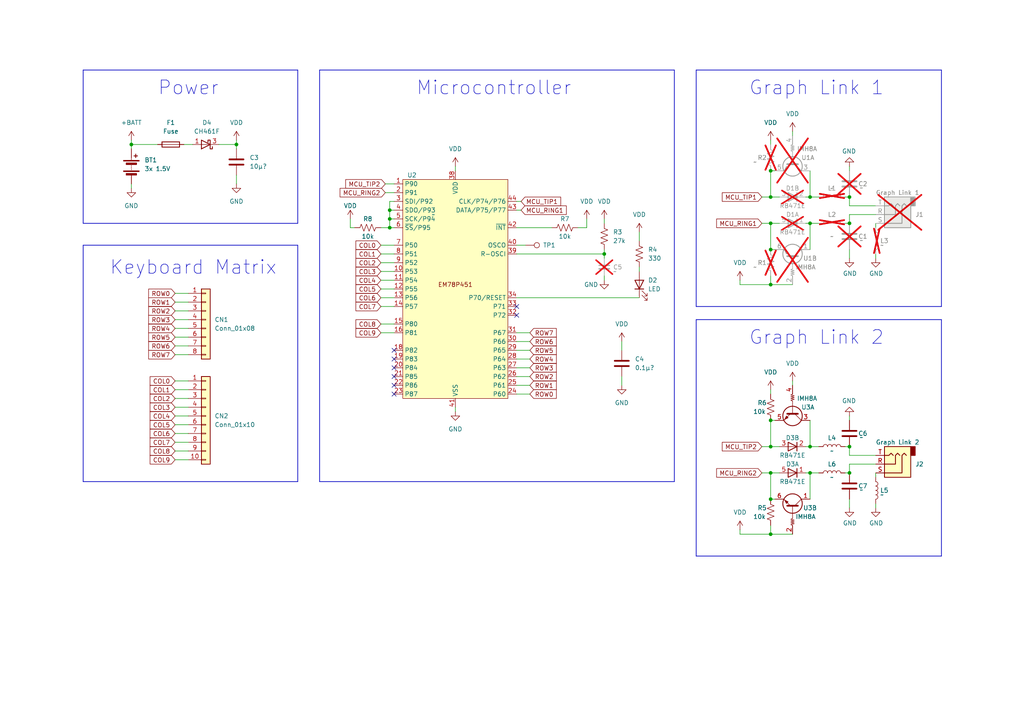
<source format=kicad_sch>
(kicad_sch (version 20230121) (generator eeschema)
  (paper "A4")
  (title_block (title "TI Keyboard \"Silitek\" PCB") (date "2023-07-16") (rev "A") (comment 1 "SK-6701-QFP") (comment 2 "12-00064-00A"))
  (lib_symbols
    (symbol "Connector:TestPoint" (pin_numbers hide) (pin_names (offset 0.762) hide)
      (property "Reference" "TP" (at 0 6.858 0))
      (property "Value" "TestPoint" (at 0 5.08 0))
      (symbol "TestPoint_0_1"
        (circle (center 0 3.302) (radius 0.762))
      )
      (symbol "TestPoint_1_1"
        (pin passive line (at 0 0 90) (length 2.54) (name "1") (number "1"))
      )
    )
    (symbol "Connector_Audio:AudioJack3"
      (property "Reference" "J" (at 0 8.89 0))
      (property "Value" "AudioJack3" (at 0 6.35 0))
      (symbol "AudioJack3_0_1"
        (rectangle (start -5.08 -5.08) (end -6.35 -2.54) (stroke (width 0.254)) (fill (type outline)))
        (polyline (pts (xy 0 -2.54) (xy 0.635 -3.175) (xy 1.27 -2.54) (xy 2.54 -2.54)) (stroke (width 0.254)))
        (polyline (pts (xy -1.905 -2.54) (xy -1.27 -3.175) (xy -0.635 -2.54) (xy -0.635 0) (xy 2.54 0)) (stroke (width 0.254)))
        (polyline (pts (xy 2.54 2.54) (xy -2.54 2.54) (xy -2.54 -2.54) (xy -3.175 -3.175) (xy -3.81 -2.54)) (stroke (width 0.254)))
        (rectangle (start 2.54 3.81) (end -5.08 -5.08) (stroke (width 0.254)) (fill (type background)))
      )
      (symbol "AudioJack3_1_1"
        (pin passive line (at 5.08 0 180) (length 2.54) (name "~") (number "R"))
        (pin passive line (at 5.08 2.54 180) (length 2.54) (name "~") (number "S"))
        (pin passive line (at 5.08 -2.54 180) (length 2.54) (name "~") (number "T"))
      )
    )
    (symbol "Connector_Generic:Conn_01x08" (pin_names (offset 1.016) hide)
      (property "Reference" "J" (at 0 10.16 0))
      (property "Value" "Conn_01x08" (at 0 -12.7 0))
      (symbol "Conn_01x08_1_1"
        (rectangle (start -1.27 -10.033) (end 0 -10.287) (stroke (width 0.1524)))
        (rectangle (start -1.27 -7.493) (end 0 -7.747) (stroke (width 0.1524)))
        (rectangle (start -1.27 -4.953) (end 0 -5.207) (stroke (width 0.1524)))
        (rectangle (start -1.27 -2.413) (end 0 -2.667) (stroke (width 0.1524)))
        (rectangle (start -1.27 0.127) (end 0 -0.127) (stroke (width 0.1524)))
        (rectangle (start -1.27 2.667) (end 0 2.413) (stroke (width 0.1524)))
        (rectangle (start -1.27 5.207) (end 0 4.953) (stroke (width 0.1524)))
        (rectangle (start -1.27 7.747) (end 0 7.493) (stroke (width 0.1524)))
        (rectangle (start -1.27 8.89) (end 1.27 -11.43) (stroke (width 0.254)) (fill (type background)))
        (pin passive line (at -5.08 7.62 0) (length 3.81) (name "Pin_1") (number "1"))
        (pin passive line (at -5.08 5.08 0) (length 3.81) (name "Pin_2") (number "2"))
        (pin passive line (at -5.08 2.54 0) (length 3.81) (name "Pin_3") (number "3"))
        (pin passive line (at -5.08 0 0) (length 3.81) (name "Pin_4") (number "4"))
        (pin passive line (at -5.08 -2.54 0) (length 3.81) (name "Pin_5") (number "5"))
        (pin passive line (at -5.08 -5.08 0) (length 3.81) (name "Pin_6") (number "6"))
        (pin passive line (at -5.08 -7.62 0) (length 3.81) (name "Pin_7") (number "7"))
        (pin passive line (at -5.08 -10.16 0) (length 3.81) (name "Pin_8") (number "8"))
      )
    )
    (symbol "Connector_Generic:Conn_01x10" (pin_names (offset 1.016) hide)
      (property "Reference" "J" (at 0 12.7 0))
      (property "Value" "Conn_01x10" (at 0 -15.24 0))
      (symbol "Conn_01x10_1_1"
        (rectangle (start -1.27 -12.573) (end 0 -12.827) (stroke (width 0.1524)))
        (rectangle (start -1.27 -10.033) (end 0 -10.287) (stroke (width 0.1524)))
        (rectangle (start -1.27 -7.493) (end 0 -7.747) (stroke (width 0.1524)))
        (rectangle (start -1.27 -4.953) (end 0 -5.207) (stroke (width 0.1524)))
        (rectangle (start -1.27 -2.413) (end 0 -2.667) (stroke (width 0.1524)))
        (rectangle (start -1.27 0.127) (end 0 -0.127) (stroke (width 0.1524)))
        (rectangle (start -1.27 2.667) (end 0 2.413) (stroke (width 0.1524)))
        (rectangle (start -1.27 5.207) (end 0 4.953) (stroke (width 0.1524)))
        (rectangle (start -1.27 7.747) (end 0 7.493) (stroke (width 0.1524)))
        (rectangle (start -1.27 10.287) (end 0 10.033) (stroke (width 0.1524)))
        (rectangle (start -1.27 11.43) (end 1.27 -13.97) (stroke (width 0.254)) (fill (type background)))
        (pin passive line (at -5.08 10.16 0) (length 3.81) (name "Pin_1") (number "1"))
        (pin passive line (at -5.08 -12.7 0) (length 3.81) (name "Pin_10") (number "10"))
        (pin passive line (at -5.08 7.62 0) (length 3.81) (name "Pin_2") (number "2"))
        (pin passive line (at -5.08 5.08 0) (length 3.81) (name "Pin_3") (number "3"))
        (pin passive line (at -5.08 2.54 0) (length 3.81) (name "Pin_4") (number "4"))
        (pin passive line (at -5.08 0 0) (length 3.81) (name "Pin_5") (number "5"))
        (pin passive line (at -5.08 -2.54 0) (length 3.81) (name "Pin_6") (number "6"))
        (pin passive line (at -5.08 -5.08 0) (length 3.81) (name "Pin_7") (number "7"))
        (pin passive line (at -5.08 -7.62 0) (length 3.81) (name "Pin_8") (number "8"))
        (pin passive line (at -5.08 -10.16 0) (length 3.81) (name "Pin_9") (number "9"))
      )
    )
    (symbol "Device:Battery" (pin_numbers hide) (pin_names (offset 0) hide)
      (property "Reference" "BT" (at 2.54 2.54 0))
      (property "Value" "Battery" (at 2.54 0 0))
      (symbol "Battery_0_1"
        (rectangle (start -2.286 -1.27) (end 2.286 -1.524) (fill (type outline)))
        (rectangle (start -2.286 1.778) (end 2.286 1.524) (fill (type outline)))
        (rectangle (start -1.524 -2.032) (end 1.524 -2.54) (fill (type outline)))
        (rectangle (start -1.524 1.016) (end 1.524 0.508) (fill (type outline)))
        (polyline (pts (xy 0 -1.016) (xy 0 -0.762)))
        (polyline (pts (xy 0 -0.508) (xy 0 -0.254)))
        (polyline (pts (xy 0 0) (xy 0 0.254)))
        (polyline (pts (xy 0 1.778) (xy 0 2.54)))
        (polyline (pts (xy 0.762 3.048) (xy 1.778 3.048)) (stroke (width 0.254)))
        (polyline (pts (xy 1.27 3.556) (xy 1.27 2.54)) (stroke (width 0.254)))
      )
      (symbol "Battery_1_1"
        (pin passive line (at 0 5.08 270) (length 2.54) (name "+") (number "1"))
        (pin passive line (at 0 -5.08 90) (length 2.54) (name "-") (number "2"))
      )
    )
    (symbol "Device:C" (pin_numbers hide) (pin_names (offset 0.254))
      (property "Reference" "C" (at 0.635 2.54 0))
      (property "Value" "C" (at 0.635 -2.54 0))
      (symbol "C_0_1"
        (polyline (pts (xy -2.032 -0.762) (xy 2.032 -0.762)) (stroke (width 0.508)))
        (polyline (pts (xy -2.032 0.762) (xy 2.032 0.762)) (stroke (width 0.508)))
      )
      (symbol "C_1_1"
        (pin passive line (at 0 3.81 270) (length 2.794) (name "~") (number "1"))
        (pin passive line (at 0 -3.81 90) (length 2.794) (name "~") (number "2"))
      )
    )
    (symbol "Device:C_Small" (pin_numbers hide) (pin_names (offset 0.254) hide)
      (property "Reference" "C" (at 0.254 1.778 0))
      (property "Value" "C_Small" (at 0.254 -2.032 0))
      (symbol "C_Small_0_1"
        (polyline (pts (xy -1.524 -0.508) (xy 1.524 -0.508)) (stroke (width 0.3302)))
        (polyline (pts (xy -1.524 0.508) (xy 1.524 0.508)) (stroke (width 0.3048)))
      )
      (symbol "C_Small_1_1"
        (pin passive line (at 0 2.54 270) (length 2.032) (name "~") (number "1"))
        (pin passive line (at 0 -2.54 90) (length 2.032) (name "~") (number "2"))
      )
    )
    (symbol "Device:Fuse" (pin_numbers hide) (pin_names (offset 0))
      (property "Reference" "F" (at 2.032 0 90))
      (property "Value" "Fuse" (at -1.905 0 90))
      (symbol "Fuse_0_1"
        (rectangle (start -0.762 -2.54) (end 0.762 2.54) (stroke (width 0.254)))
        (polyline (pts (xy 0 2.54) (xy 0 -2.54)))
      )
      (symbol "Fuse_1_1"
        (pin passive line (at 0 3.81 270) (length 1.27) (name "~") (number "1"))
        (pin passive line (at 0 -3.81 90) (length 1.27) (name "~") (number "2"))
      )
    )
    (symbol "Device:IMH8A" (pin_names hide)
      (property "Reference" "U" (at 3.81 1.27 0))
      (property "Value" "Device_IMH8A" (at 3.81 -1.27 0))
      (symbol "IMH8A_0_1"
        (polyline (pts (xy -0.762 0) (xy -4.318 0)))
        (polyline (pts (xy -0.635 1.524) (xy -0.635 -1.524)) (stroke (width 0.508)))
        (polyline (pts (xy -6.35 0) (xy -6.096 -0.508) (xy -5.842 0.508) (xy -5.588 -0.508) (xy -5.334 0.508) (xy -5.08 -0.508) (xy -4.826 0.508) (xy -4.572 -0.508) (xy -4.318 0)))
      )
      (symbol "IMH8A_1_1"
        (polyline (pts (xy -0.635 0.635) (xy 1.27 2.54)))
        (polyline (pts (xy -0.635 -0.635) (xy 1.27 -2.54) (xy 1.27 -2.54)))
        (polyline (pts (xy 0 -1.778) (xy 0.508 -1.27) (xy 1.016 -2.286) (xy 0 -1.778) (xy 0 -1.778)) (fill (type outline)))
        (circle (center 0 0) (radius 2.8194) (stroke (width 0.254)))
        (pin passive line (at 1.27 5.08 270) (length 2.54) (name "C1") (number "3"))
        (pin input line (at -8.89 0 0) (length 2.54) (name "B1") (number "4"))
        (pin passive line (at 1.27 -5.08 90) (length 2.54) (name "E1") (number "5"))
      )
      (symbol "IMH8A_2_1"
        (polyline (pts (xy -0.635 0.635) (xy 1.27 2.54)))
        (polyline (pts (xy -0.635 -0.635) (xy 1.27 -2.54) (xy 1.27 -2.54)))
        (polyline (pts (xy 0 -1.778) (xy 0.508 -1.27) (xy 1.016 -2.286) (xy 0 -1.778) (xy 0 -1.778)) (fill (type outline)))
        (circle (center 0 0) (radius 2.8194) (stroke (width 0.254)))
        (pin passive line (at 1.27 5.08 270) (length 2.54) (name "C1") (number "1"))
        (pin input line (at -8.89 0 0) (length 2.54) (name "B1") (number "2"))
        (pin passive line (at 1.27 -5.08 90) (length 2.54) (name "E1") (number "6"))
      )
    )
    (symbol "Device:L" (pin_numbers hide) (pin_names (offset 1.016) hide)
      (property "Reference" "L" (at -1.27 0 90))
      (property "Value" "L" (at 1.905 0 90))
      (symbol "L_0_1"
        (arc (start 0 -2.54) (mid 0.6323 -1.905) (end 0 -1.27))
        (arc (start 0 -1.27) (mid 0.6323 -0.635) (end 0 0))
        (arc (start 0 0) (mid 0.6323 0.635) (end 0 1.27))
        (arc (start 0 1.27) (mid 0.6323 1.905) (end 0 2.54))
      )
      (symbol "L_1_1"
        (pin passive line (at 0 3.81 270) (length 1.27) (name "1") (number "1"))
        (pin passive line (at 0 -3.81 90) (length 1.27) (name "2") (number "2"))
      )
    )
    (symbol "Device:LED" (pin_numbers hide) (pin_names (offset 1.016) hide)
      (property "Reference" "D" (at 0 2.54 0))
      (property "Value" "LED" (at 0 -2.54 0))
      (symbol "LED_0_1"
        (polyline (pts (xy -1.27 -1.27) (xy -1.27 1.27)) (stroke (width 0.254)))
        (polyline (pts (xy -1.27 0) (xy 1.27 0)))
        (polyline (pts (xy 1.27 -1.27) (xy 1.27 1.27) (xy -1.27 0) (xy 1.27 -1.27)) (stroke (width 0.254)))
        (polyline (pts (xy -3.048 -0.762) (xy -4.572 -2.286) (xy -3.81 -2.286) (xy -4.572 -2.286) (xy -4.572 -1.524)))
        (polyline (pts (xy -1.778 -0.762) (xy -3.302 -2.286) (xy -2.54 -2.286) (xy -3.302 -2.286) (xy -3.302 -1.524)))
      )
      (symbol "LED_1_1"
        (pin passive line (at -3.81 0 0) (length 2.54) (name "K") (number "1"))
        (pin passive line (at 3.81 0 180) (length 2.54) (name "A") (number "2"))
      )
    )
    (symbol "Device:R_US" (pin_numbers hide) (pin_names (offset 0))
      (property "Reference" "R" (at 2.54 0 90))
      (property "Value" "R_US" (at -2.54 0 90))
      (symbol "R_US_0_1"
        (polyline (pts (xy 0 -2.286) (xy 0 -2.54)))
        (polyline (pts (xy 0 2.286) (xy 0 2.54)))
        (polyline (pts (xy 0 -0.762) (xy 1.016 -1.143) (xy 0 -1.524) (xy -1.016 -1.905) (xy 0 -2.286)))
        (polyline (pts (xy 0 0.762) (xy 1.016 0.381) (xy 0 0) (xy -1.016 -0.381) (xy 0 -0.762)))
        (polyline (pts (xy 0 2.286) (xy 1.016 1.905) (xy 0 1.524) (xy -1.016 1.143) (xy 0 0.762)))
      )
      (symbol "R_US_1_1"
        (pin passive line (at 0 3.81 270) (length 1.27) (name "~") (number "1"))
        (pin passive line (at 0 -3.81 90) (length 1.27) (name "~") (number "2"))
      )
    )
    (symbol "Diode:CH461F" (pin_names (offset 1.016) hide)
      (property "Reference" "D" (at 0 2.54 0))
      (property "Value" "CH461F" (at 0 -2.54 0))
      (symbol "CH461F_0_1"
        (polyline (pts (xy 1.27 0) (xy -1.27 0)))
        (polyline (pts (xy 1.27 1.27) (xy 1.27 -1.27) (xy -1.27 0) (xy 1.27 1.27)) (stroke (width 0.254)))
        (polyline (pts (xy -1.905 0.635) (xy -1.905 1.27) (xy -1.27 1.27) (xy -1.27 -1.27) (xy -0.635 -1.27) (xy -0.635 -0.635)) (stroke (width 0.254)))
      )
      (symbol "CH461F_1_1"
        (pin passive line (at 3.81 0 180) (length 2.54) (name "A") (number "1"))
        (pin no_connect line (at 0 0 90) (length 2.54) hide (name "NC") (number "2"))
        (pin passive line (at -3.81 0 0) (length 2.54) (name "K") (number "3"))
      )
    )
    (symbol "Diode:RB417E" (pin_names (offset 1.016))
      (property "Reference" "D" (at 0 0 0))
      (property "Value" "Diode_RB417E" (at 0 0 0))
      (symbol "RB417E_0_1"
        (polyline (pts (xy -1.27 -3.81) (xy -1.27 -1.27)) (stroke (width 0.254)))
        (polyline (pts (xy -1.27 -2.54) (xy 1.27 -2.54)))
        (polyline (pts (xy -1.27 -2.54) (xy 1.27 -3.81) (xy 1.27 -1.27) (xy -1.27 -2.54)) (stroke (width 0.254)))
      )
      (symbol "RB417E_1_1"
        (pin passive line (at -3.81 -2.54 0) (length 2.54) (name "~") (number "1"))
        (pin passive line (at 3.81 -2.54 180) (length 2.54) (name "~") (number "5"))
      )
      (symbol "RB417E_2_1"
        (pin passive line (at -3.81 -2.54 0) (length 2.54) (name "~") (number "2"))
        (pin passive line (at 3.81 -2.54 180) (length 2.54) (name "~") (number "3"))
      )
    )
    (symbol "MCU_ELAN:EM78P451"
      (property "Reference" "U" (at -13.97 31.75 0))
      (symbol "EM78P451_1_1"
        (rectangle (start -15.24 30.48) (end 15.24 -33.02) (fill (type background)))
        (text "EM78P451" (at 0 0 0) (effects (font (size 1.27 1.27))))
        (pin bidirectional line (at -17.78 29.21 0) (length 2.54) (name "P90") (number "1"))
        (pin bidirectional line (at -17.78 3.81 0) (length 2.54) (name "P53") (number "10"))
        (pin bidirectional line (at -17.78 1.27 0) (length 2.54) (name "P54") (number "11"))
        (pin bidirectional line (at -17.78 -1.27 0) (length 2.54) (name "P55") (number "12"))
        (pin bidirectional line (at -17.78 -3.81 0) (length 2.54) (name "P56") (number "13"))
        (pin bidirectional line (at -17.78 -6.35 0) (length 2.54) (name "P57") (number "14"))
        (pin bidirectional line (at -17.78 -11.43 0) (length 2.54) (name "P80") (number "15"))
        (pin bidirectional line (at -17.78 -13.97 0) (length 2.54) (name "P81") (number "16"))
        (pin no_connect line (at -17.78 -16.51 0) (length 2.54) hide (name "NC") (number "17"))
        (pin bidirectional line (at -17.78 -19.05 0) (length 2.54) (name "P82") (number "18"))
        (pin bidirectional line (at -17.78 -21.59 0) (length 2.54) (name "P83") (number "19"))
        (pin bidirectional line (at -17.78 26.67 0) (length 2.54) (name "P91") (number "2"))
        (pin bidirectional line (at -17.78 -24.13 0) (length 2.54) (name "P84") (number "20"))
        (pin bidirectional line (at -17.78 -26.67 0) (length 2.54) (name "P85") (number "21"))
        (pin bidirectional line (at -17.78 -29.21 0) (length 2.54) (name "P86") (number "22"))
        (pin bidirectional line (at -17.78 -31.75 0) (length 2.54) (name "P87") (number "23"))
        (pin bidirectional line (at 17.78 -31.75 180) (length 2.54) (name "P60") (number "24"))
        (pin bidirectional line (at 17.78 -29.21 180) (length 2.54) (name "P61") (number "25"))
        (pin bidirectional line (at 17.78 -26.67 180) (length 2.54) (name "P62") (number "26"))
        (pin bidirectional line (at 17.78 -24.13 180) (length 2.54) (name "P63") (number "27"))
        (pin bidirectional line (at 17.78 -21.59 180) (length 2.54) (name "P64") (number "28"))
        (pin bidirectional line (at 17.78 -19.05 180) (length 2.54) (name "P65") (number "29"))
        (pin bidirectional line (at -17.78 24.13 0) (length 2.54) (name "SDI/P92") (number "3"))
        (pin bidirectional line (at 17.78 -16.51 180) (length 2.54) (name "P66") (number "30"))
        (pin bidirectional line (at 17.78 -13.97 180) (length 2.54) (name "P67") (number "31"))
        (pin bidirectional line (at 17.78 -8.89 180) (length 2.54) (name "P72") (number "32"))
        (pin bidirectional line (at 17.78 -6.35 180) (length 2.54) (name "P71") (number "33"))
        (pin bidirectional line (at 17.78 -3.81 180) (length 2.54) (name "P70/RESET") (number "34"))
        (pin no_connect line (at 17.78 0 180) (length 2.54) hide (name "NC") (number "35"))
        (pin no_connect line (at 17.78 2.54 180) (length 2.54) hide (name "NC") (number "36"))
        (pin no_connect line (at 17.78 5.08 180) (length 2.54) hide (name "NC") (number "37"))
        (pin power_in line (at 0 33.02 270) (length 2.54) (name "VDD") (number "38"))
        (pin input line (at 17.78 8.89 180) (length 2.54) (name "R-OSCI") (number "39"))
        (pin bidirectional line (at -17.78 21.59 0) (length 2.54) (name "SDO/P93") (number "4"))
        (pin output line (at 17.78 11.43 180) (length 2.54) (name "OSCO") (number "40"))
        (pin power_in line (at 0 -35.56 90) (length 2.54) (name "VSS") (number "41"))
        (pin input line (at 17.78 16.51 180) (length 2.54) (name "~{INT}") (number "42"))
        (pin bidirectional line (at 17.78 21.59 180) (length 2.54) (name "DATA/P75/P77") (number "43"))
        (pin bidirectional line (at 17.78 24.13 180) (length 2.54) (name "CLK/P74/P76") (number "44"))
        (pin bidirectional line (at -17.78 19.05 0) (length 2.54) (name "SCK/P94") (number "5"))
        (pin bidirectional line (at -17.78 16.51 0) (length 2.54) (name "~{SS}/P95") (number "6"))
        (pin bidirectional line (at -17.78 11.43 0) (length 2.54) (name "P50") (number "7"))
        (pin bidirectional line (at -17.78 8.89 0) (length 2.54) (name "P51") (number "8"))
        (pin bidirectional line (at -17.78 6.35 0) (length 2.54) (name "P52") (number "9"))
      )
    )
    (symbol "power:+BATT" (power) (pin_names (offset 0))
      (property "Value" "+BATT" (at 0 3.556 0))
      (symbol "+BATT_0_1"
        (polyline (pts (xy -0.762 1.27) (xy 0 2.54)))
        (polyline (pts (xy 0 0) (xy 0 2.54)))
        (polyline (pts (xy 0 2.54) (xy 0.762 1.27)))
      )
      (symbol "+BATT_1_1"
        (pin power_in line (at 0 0 90) (length 0) hide (name "+BATT") (number "1"))
      )
    )
    (symbol "power:GND" (power) (pin_names (offset 0))
      (property "Value" "GND" (at 0 -3.81 0))
      (symbol "GND_0_1"
        (polyline (pts (xy 0 0) (xy 0 -1.27) (xy 1.27 -1.27) (xy 0 -2.54) (xy -1.27 -1.27) (xy 0 -1.27)))
      )
      (symbol "GND_1_1"
        (pin power_in line (at 0 0 270) (length 0) hide (name "GND") (number "1"))
      )
    )
    (symbol "power:VDD" (power) (pin_names (offset 0))
      (property "Value" "VDD" (at 0 3.81 0))
      (symbol "VDD_0_1"
        (polyline (pts (xy -0.762 1.27) (xy 0 2.54)))
        (polyline (pts (xy 0 0) (xy 0 2.54)))
        (polyline (pts (xy 0 2.54) (xy 0.762 1.27)))
      )
      (symbol "VDD_1_1"
        (pin power_in line (at 0 0 90) (length 0) hide (name "VDD") (number "1"))
      )
    )
  )
  (junction (at 223.52 154.94))
  (junction (at 38.1 41.91))
  (junction (at 223.52 57.15))
  (junction (at 223.52 64.77))
  (junction (at 68.58 41.91))
  (junction (at 246.38 137.16))
  (junction (at 223.52 121.92))
  (junction (at 223.52 49.53))
  (junction (at 113.03 66.04))
  (junction (at 234.95 64.77))
  (junction (at 223.52 137.16))
  (junction (at 223.52 82.55))
  (junction (at 246.38 64.77))
  (junction (at 246.38 57.15))
  (junction (at 234.95 129.54))
  (junction (at 234.95 57.15))
  (junction (at 175.26 73.66))
  (junction (at 113.03 63.5))
  (junction (at 223.52 72.39))
  (junction (at 246.38 129.54))
  (junction (at 223.52 144.78))
  (junction (at 113.03 60.96))
  (junction (at 234.95 137.16))
  (junction (at 223.52 129.54))
  (no_connect (at 149.86 88.9))
  (no_connect (at 114.3 109.22))
  (no_connect (at 114.3 106.68))
  (no_connect (at 114.3 101.6))
  (no_connect (at 114.3 104.14))
  (no_connect (at 114.3 111.76))
  (no_connect (at 149.86 91.44))
  (no_connect (at 114.3 114.3))
  (wire (pts (xy 246.38 57.15) (xy 245.11 57.15)))
  (wire (pts (xy 38.1 53.34) (xy 38.1 54.61)))
  (polyline (pts (xy 86.36 20.32) (xy 86.36 64.77)) (stroke (width 0.2032) (type solid)))
  (wire (pts (xy 110.49 71.12) (xy 114.3 71.12)))
  (wire (pts (xy 101.6 66.04) (xy 102.87 66.04)))
  (wire (pts (xy 149.86 114.3) (xy 153.67 114.3)))
  (polyline (pts (xy 201.93 92.71) (xy 201.93 161.29)) (stroke (width 0.2032) (type solid)))
  (wire (pts (xy 113.03 66.04) (xy 114.3 66.04)))
  (wire (pts (xy 149.86 104.14) (xy 153.67 104.14)))
  (wire (pts (xy 234.95 49.53) (xy 234.95 57.15)))
  (polyline (pts (xy 273.05 92.71) (xy 273.05 161.29)) (stroke (width 0.2032) (type solid)))
  (wire (pts (xy 223.52 82.55) (xy 229.87 82.55)))
  (wire (pts (xy 224.79 121.92) (xy 223.52 121.92)))
  (wire (pts (xy 185.42 77.47) (xy 185.42 78.74)))
  (wire (pts (xy 220.98 64.77) (xy 223.52 64.77)))
  (polyline (pts (xy 24.13 20.32) (xy 24.13 64.77)) (stroke (width 0.2032) (type solid)))
  (wire (pts (xy 149.86 111.76) (xy 153.67 111.76)))
  (wire (pts (xy 234.95 121.92) (xy 234.95 129.54)))
  (wire (pts (xy 223.52 152.4) (xy 223.52 154.94)))
  (wire (pts (xy 223.52 41.91) (xy 223.52 40.64)))
  (wire (pts (xy 50.8 118.11) (xy 54.61 118.11)))
  (wire (pts (xy 223.52 144.78) (xy 223.52 137.16)))
  (wire (pts (xy 234.95 64.77) (xy 237.49 64.77)))
  (wire (pts (xy 254 64.77) (xy 254 66.04)))
  (wire (pts (xy 68.58 40.64) (xy 68.58 41.91)))
  (wire (pts (xy 220.98 129.54) (xy 223.52 129.54)))
  (wire (pts (xy 233.68 137.16) (xy 234.95 137.16)))
  (wire (pts (xy 132.08 118.11) (xy 132.08 119.38)))
  (wire (pts (xy 149.86 106.68) (xy 153.67 106.68)))
  (wire (pts (xy 110.49 66.04) (xy 113.03 66.04)))
  (polyline (pts (xy 273.05 88.9) (xy 201.93 88.9)) (stroke (width 0.2032) (type solid)))
  (wire (pts (xy 234.95 72.39) (xy 234.95 64.77)))
  (polyline (pts (xy 86.36 20.32) (xy 24.13 20.32)) (stroke (width 0.2032) (type solid)))
  (wire (pts (xy 50.8 133.35) (xy 54.61 133.35)))
  (polyline (pts (xy 273.05 20.32) (xy 273.05 88.9)) (stroke (width 0.2032) (type solid)))
  (wire (pts (xy 50.8 92.71) (xy 54.61 92.71)))
  (polyline (pts (xy 86.36 64.77) (xy 24.13 64.77)) (stroke (width 0.2032) (type solid)))
  (wire (pts (xy 175.26 80.01) (xy 175.26 81.28)))
  (wire (pts (xy 50.8 110.49) (xy 54.61 110.49)))
  (wire (pts (xy 185.42 67.31) (xy 185.42 69.85)))
  (wire (pts (xy 254 59.69) (xy 246.38 59.69)))
  (wire (pts (xy 224.79 72.39) (xy 223.52 72.39)))
  (wire (pts (xy 50.8 90.17) (xy 54.61 90.17)))
  (wire (pts (xy 254 132.08) (xy 246.38 132.08)))
  (wire (pts (xy 245.11 64.77) (xy 246.38 64.77)))
  (wire (pts (xy 246.38 134.62) (xy 254 134.62)))
  (wire (pts (xy 68.58 50.8) (xy 68.58 53.34)))
  (wire (pts (xy 254 73.66) (xy 254 74.93)))
  (wire (pts (xy 50.8 113.03) (xy 54.61 113.03)))
  (wire (pts (xy 50.8 123.19) (xy 54.61 123.19)))
  (polyline (pts (xy 86.36 139.7) (xy 24.13 139.7)) (stroke (width 0.2032) (type solid)))
  (wire (pts (xy 132.08 48.26) (xy 132.08 49.53)))
  (wire (pts (xy 223.52 129.54) (xy 226.06 129.54)))
  (wire (pts (xy 214.63 154.94) (xy 223.52 154.94)))
  (wire (pts (xy 101.6 63.5) (xy 101.6 66.04)))
  (wire (pts (xy 149.86 99.06) (xy 153.67 99.06)))
  (wire (pts (xy 50.8 130.81) (xy 54.61 130.81)))
  (wire (pts (xy 110.49 88.9) (xy 114.3 88.9)))
  (wire (pts (xy 254 146.05) (xy 254 147.32)))
  (wire (pts (xy 113.03 60.96) (xy 114.3 60.96)))
  (wire (pts (xy 223.52 49.53) (xy 223.52 57.15)))
  (wire (pts (xy 50.8 102.87) (xy 54.61 102.87)))
  (wire (pts (xy 214.63 82.55) (xy 223.52 82.55)))
  (wire (pts (xy 233.68 64.77) (xy 234.95 64.77)))
  (wire (pts (xy 224.79 49.53) (xy 223.52 49.53)))
  (wire (pts (xy 50.8 87.63) (xy 54.61 87.63)))
  (wire (pts (xy 149.86 60.96) (xy 151.13 60.96)))
  (wire (pts (xy 149.86 101.6) (xy 153.67 101.6)))
  (wire (pts (xy 111.76 55.88) (xy 114.3 55.88)))
  (wire (pts (xy 246.38 72.39) (xy 246.38 74.93)))
  (wire (pts (xy 220.98 137.16) (xy 223.52 137.16)))
  (wire (pts (xy 246.38 49.53) (xy 246.38 48.26)))
  (wire (pts (xy 110.49 78.74) (xy 114.3 78.74)))
  (wire (pts (xy 233.68 57.15) (xy 234.95 57.15)))
  (wire (pts (xy 149.86 109.22) (xy 153.67 109.22)))
  (wire (pts (xy 110.49 73.66) (xy 114.3 73.66)))
  (wire (pts (xy 110.49 93.98) (xy 114.3 93.98)))
  (wire (pts (xy 53.34 41.91) (xy 55.88 41.91)))
  (wire (pts (xy 223.52 57.15) (xy 226.06 57.15)))
  (wire (pts (xy 63.5 41.91) (xy 68.58 41.91)))
  (wire (pts (xy 237.49 57.15) (xy 234.95 57.15)))
  (wire (pts (xy 175.26 63.5) (xy 175.26 64.77)))
  (wire (pts (xy 50.8 120.65) (xy 54.61 120.65)))
  (wire (pts (xy 246.38 62.23) (xy 254 62.23)))
  (wire (pts (xy 246.38 134.62) (xy 246.38 137.16)))
  (wire (pts (xy 149.86 73.66) (xy 175.26 73.66)))
  (wire (pts (xy 234.95 137.16) (xy 237.49 137.16)))
  (wire (pts (xy 229.87 110.49) (xy 229.87 111.76)))
  (wire (pts (xy 50.8 115.57) (xy 54.61 115.57)))
  (polyline (pts (xy 86.36 71.12) (xy 86.36 139.7)) (stroke (width 0.2032) (type solid)))
  (wire (pts (xy 223.52 121.92) (xy 223.52 129.54)))
  (wire (pts (xy 254 137.16) (xy 254 138.43)))
  (wire (pts (xy 38.1 40.64) (xy 38.1 41.91)))
  (wire (pts (xy 246.38 129.54) (xy 245.11 129.54)))
  (wire (pts (xy 170.18 63.5) (xy 170.18 66.04)))
  (wire (pts (xy 149.86 96.52) (xy 153.67 96.52)))
  (wire (pts (xy 223.52 137.16) (xy 226.06 137.16)))
  (wire (pts (xy 167.64 66.04) (xy 170.18 66.04)))
  (wire (pts (xy 246.38 59.69) (xy 246.38 57.15)))
  (wire (pts (xy 111.76 53.34) (xy 114.3 53.34)))
  (polyline (pts (xy 92.71 20.32) (xy 92.71 139.7)) (stroke (width 0.2032) (type solid)))
  (wire (pts (xy 50.8 95.25) (xy 54.61 95.25)))
  (polyline (pts (xy 195.58 20.32) (xy 195.58 139.7)) (stroke (width 0.2032) (type solid)))
  (wire (pts (xy 214.63 81.28) (xy 214.63 82.55)))
  (polyline (pts (xy 195.58 139.7) (xy 92.71 139.7)) (stroke (width 0.2032) (type solid)))
  (wire (pts (xy 149.86 86.36) (xy 185.42 86.36)))
  (wire (pts (xy 110.49 96.52) (xy 114.3 96.52)))
  (wire (pts (xy 245.11 137.16) (xy 246.38 137.16)))
  (wire (pts (xy 114.3 58.42) (xy 113.03 58.42)))
  (wire (pts (xy 246.38 121.92) (xy 246.38 120.65)))
  (wire (pts (xy 110.49 83.82) (xy 114.3 83.82)))
  (wire (pts (xy 214.63 153.67) (xy 214.63 154.94)))
  (wire (pts (xy 110.49 76.2) (xy 114.3 76.2)))
  (wire (pts (xy 149.86 71.12) (xy 152.4 71.12)))
  (polyline (pts (xy 195.58 20.32) (xy 92.71 20.32)) (stroke (width 0.2032) (type solid)))
  (polyline (pts (xy 273.05 161.29) (xy 201.93 161.29)) (stroke (width 0.2032) (type solid)))
  (wire (pts (xy 180.34 99.06) (xy 180.34 101.6)))
  (wire (pts (xy 68.58 41.91) (xy 68.58 43.18)))
  (wire (pts (xy 50.8 85.09) (xy 54.61 85.09)))
  (polyline (pts (xy 273.05 92.71) (xy 201.93 92.71)) (stroke (width 0.2032) (type solid)))
  (polyline (pts (xy 201.93 20.32) (xy 201.93 88.9)) (stroke (width 0.2032) (type solid)))
  (wire (pts (xy 113.03 66.04) (xy 113.03 63.5)))
  (wire (pts (xy 180.34 109.22) (xy 180.34 111.76)))
  (wire (pts (xy 223.52 64.77) (xy 226.06 64.77)))
  (wire (pts (xy 223.52 154.94) (xy 229.87 154.94)))
  (wire (pts (xy 234.95 144.78) (xy 234.95 137.16)))
  (wire (pts (xy 223.52 114.3) (xy 223.52 113.03)))
  (wire (pts (xy 246.38 62.23) (xy 246.38 64.77)))
  (polyline (pts (xy 24.13 71.12) (xy 24.13 139.7)) (stroke (width 0.2032) (type solid)))
  (wire (pts (xy 223.52 80.01) (xy 223.52 82.55)))
  (wire (pts (xy 50.8 100.33) (xy 54.61 100.33)))
  (wire (pts (xy 113.03 63.5) (xy 114.3 63.5)))
  (wire (pts (xy 175.26 73.66) (xy 175.26 74.93)))
  (wire (pts (xy 220.98 57.15) (xy 223.52 57.15)))
  (wire (pts (xy 50.8 125.73) (xy 54.61 125.73)))
  (wire (pts (xy 113.03 58.42) (xy 113.03 60.96)))
  (wire (pts (xy 233.68 129.54) (xy 234.95 129.54)))
  (wire (pts (xy 110.49 81.28) (xy 114.3 81.28)))
  (wire (pts (xy 246.38 132.08) (xy 246.38 129.54)))
  (wire (pts (xy 50.8 128.27) (xy 54.61 128.27)))
  (wire (pts (xy 223.52 72.39) (xy 223.52 64.77)))
  (wire (pts (xy 38.1 41.91) (xy 45.72 41.91)))
  (wire (pts (xy 113.03 60.96) (xy 113.03 63.5)))
  (polyline (pts (xy 273.05 20.32) (xy 201.93 20.32)) (stroke (width 0.2032) (type solid)))
  (wire (pts (xy 246.38 144.78) (xy 246.38 147.32)))
  (wire (pts (xy 149.86 58.42) (xy 151.13 58.42)))
  (wire (pts (xy 224.79 144.78) (xy 223.52 144.78)))
  (wire (pts (xy 149.86 66.04) (xy 160.02 66.04)))
  (wire (pts (xy 110.49 86.36) (xy 114.3 86.36)))
  (wire (pts (xy 38.1 41.91) (xy 38.1 43.18)))
  (polyline (pts (xy 86.36 71.12) (xy 24.13 71.12)) (stroke (width 0.2032) (type solid)))
  (wire (pts (xy 175.26 72.39) (xy 175.26 73.66)))
  (wire (pts (xy 237.49 129.54) (xy 234.95 129.54)))
  (wire (pts (xy 229.87 38.1) (xy 229.87 39.37)))
  (wire (pts (xy 50.8 97.79) (xy 54.61 97.79)))
  (text "Microcontroller" (at 120.65 27.94 0) (effects (font (size 3.9878 3.9878)) (justify left bottom)))
  (text "Keyboard Matrix" (at 31.75 80.01 0) (effects (font (size 3.9878 3.9878)) (justify left bottom)))
  (text "Power" (at 45.72 27.94 0) (effects (font (size 3.9878 3.9878)) (justify left bottom)))
  (text "Graph Link 2" (at 217.17 100.33 0) (effects (font (size 3.9878 3.9878)) (justify left bottom)))
  (text "Graph Link 1" (at 217.17 27.94 0) (effects (font (size 3.9878 3.9878)) (justify left bottom)))
  (global_label "COL2" (shape input) (at 50.8 115.57 180) (property "Intersheetrefs" "${INTERSHEET_REFS}" (effects hide)))
  (global_label "ROW5" (shape input) (at 50.8 97.79 180) (property "Intersheetrefs" "${INTERSHEET_REFS}" (effects hide)))
  (global_label "COL8" (shape input) (at 110.49 93.98 180) (property "Intersheetrefs" "${INTERSHEET_REFS}" (effects hide)))
  (global_label "ROW0" (shape input) (at 50.8 85.09 180) (property "Intersheetrefs" "${INTERSHEET_REFS}" (effects hide)))
  (global_label "MCU_RING1" (shape input) (at 151.13 60.96 0) (property "Intersheetrefs" "${INTERSHEET_REFS}" (effects hide)))
  (global_label "COL3" (shape input) (at 110.49 78.74 180) (property "Intersheetrefs" "${INTERSHEET_REFS}" (effects hide)))
  (global_label "MCU_TIP1" (shape input) (at 220.98 57.15 180) (property "Intersheetrefs" "${INTERSHEET_REFS}" (effects hide)))
  (global_label "ROW5" (shape input) (at 153.67 101.6 0) (property "Intersheetrefs" "${INTERSHEET_REFS}" (effects hide)))
  (global_label "MCU_RING2" (shape input) (at 220.98 137.16 180) (property "Intersheetrefs" "${INTERSHEET_REFS}" (effects hide)))
  (global_label "ROW3" (shape input) (at 50.8 92.71 180) (property "Intersheetrefs" "${INTERSHEET_REFS}" (effects hide)))
  (global_label "ROW2" (shape input) (at 153.67 109.22 0) (property "Intersheetrefs" "${INTERSHEET_REFS}" (effects hide)))
  (global_label "ROW1" (shape input) (at 50.8 87.63 180) (property "Intersheetrefs" "${INTERSHEET_REFS}" (effects hide)))
  (global_label "ROW6" (shape input) (at 153.67 99.06 0) (property "Intersheetrefs" "${INTERSHEET_REFS}" (effects hide)))
  (global_label "MCU_RING1" (shape input) (at 220.98 64.77 180) (property "Intersheetrefs" "${INTERSHEET_REFS}" (effects hide)))
  (global_label "COL8" (shape input) (at 50.8 130.81 180) (property "Intersheetrefs" "${INTERSHEET_REFS}" (effects hide)))
  (global_label "ROW7" (shape input) (at 153.67 96.52 0) (property "Intersheetrefs" "${INTERSHEET_REFS}" (effects hide)))
  (global_label "COL6" (shape input) (at 50.8 125.73 180) (property "Intersheetrefs" "${INTERSHEET_REFS}" (effects hide)))
  (global_label "MCU_TIP2" (shape input) (at 220.98 129.54 180) (property "Intersheetrefs" "${INTERSHEET_REFS}" (effects hide)))
  (global_label "COL7" (shape input) (at 110.49 88.9 180) (property "Intersheetrefs" "${INTERSHEET_REFS}" (effects hide)))
  (global_label "COL9" (shape input) (at 110.49 96.52 180) (property "Intersheetrefs" "${INTERSHEET_REFS}" (effects hide)))
  (global_label "COL2" (shape input) (at 110.49 76.2 180) (property "Intersheetrefs" "${INTERSHEET_REFS}" (effects hide)))
  (global_label "ROW1" (shape input) (at 153.67 111.76 0) (property "Intersheetrefs" "${INTERSHEET_REFS}" (effects hide)))
  (global_label "COL1" (shape input) (at 110.49 73.66 180) (property "Intersheetrefs" "${INTERSHEET_REFS}" (effects hide)))
  (global_label "COL1" (shape input) (at 50.8 113.03 180) (property "Intersheetrefs" "${INTERSHEET_REFS}" (effects hide)))
  (global_label "COL4" (shape input) (at 50.8 120.65 180) (property "Intersheetrefs" "${INTERSHEET_REFS}" (effects hide)))
  (global_label "ROW4" (shape input) (at 50.8 95.25 180) (property "Intersheetrefs" "${INTERSHEET_REFS}" (effects hide)))
  (global_label "MCU_RING2" (shape input) (at 111.76 55.88 180) (property "Intersheetrefs" "${INTERSHEET_REFS}" (effects hide)))
  (global_label "COL0" (shape input) (at 110.49 71.12 180) (property "Intersheetrefs" "${INTERSHEET_REFS}" (effects hide)))
  (global_label "COL5" (shape input) (at 50.8 123.19 180) (property "Intersheetrefs" "${INTERSHEET_REFS}" (effects hide)))
  (global_label "MCU_TIP2" (shape input) (at 111.76 53.34 180) (property "Intersheetrefs" "${INTERSHEET_REFS}" (effects hide)))
  (global_label "ROW7" (shape input) (at 50.8 102.87 180) (property "Intersheetrefs" "${INTERSHEET_REFS}" (effects hide)))
  (global_label "COL3" (shape input) (at 50.8 118.11 180) (property "Intersheetrefs" "${INTERSHEET_REFS}" (effects hide)))
  (global_label "ROW0" (shape input) (at 153.67 114.3 0) (property "Intersheetrefs" "${INTERSHEET_REFS}" (effects hide)))
  (global_label "ROW6" (shape input) (at 50.8 100.33 180) (property "Intersheetrefs" "${INTERSHEET_REFS}" (effects hide)))
  (global_label "ROW4" (shape input) (at 153.67 104.14 0) (property "Intersheetrefs" "${INTERSHEET_REFS}" (effects hide)))
  (global_label "MCU_TIP1" (shape input) (at 151.13 58.42 0) (property "Intersheetrefs" "${INTERSHEET_REFS}" (effects hide)))
  (global_label "COL0" (shape input) (at 50.8 110.49 180) (property "Intersheetrefs" "${INTERSHEET_REFS}" (effects hide)))
  (global_label "ROW2" (shape input) (at 50.8 90.17 180) (property "Intersheetrefs" "${INTERSHEET_REFS}" (effects hide)))
  (global_label "ROW3" (shape input) (at 153.67 106.68 0) (property "Intersheetrefs" "${INTERSHEET_REFS}" (effects hide)))
  (global_label "COL9" (shape input) (at 50.8 133.35 180) (property "Intersheetrefs" "${INTERSHEET_REFS}" (effects hide)))
  (global_label "COL4" (shape input) (at 110.49 81.28 180) (property "Intersheetrefs" "${INTERSHEET_REFS}" (effects hide)))
  (global_label "COL7" (shape input) (at 50.8 128.27 180) (property "Intersheetrefs" "${INTERSHEET_REFS}" (effects hide)))
  (global_label "COL5" (shape input) (at 110.49 83.82 180) (property "Intersheetrefs" "${INTERSHEET_REFS}" (effects hide)))
  (global_label "COL6" (shape input) (at 110.49 86.36 180) (property "Intersheetrefs" "${INTERSHEET_REFS}" (effects hide)))
  (symbol (lib_id "Device:C") (at 246.38 125.73 0) (unit 1)
    (property "Reference" "C6" (at 248.92 125.73 0) (effects (justify left)))
    (property "Value" "~" (at 249.301 126.873 0) (effects (justify left)))
  )
  (symbol (lib_id "Diode:RB417E") (at 229.87 67.31 180) (unit 1) (dnp yes)
    (property "Reference" "D1" (at 229.87 62.23 0))
    (property "Value" "RB471E" (at 229.87 67.31 0))
  )
  (symbol (lib_id "Device:C_Small") (at 175.26 77.47 0) (unit 1) (dnp yes)
    (property "Reference" "C5" (at 177.8 77.4763 0) (effects (justify left)))
    (property "Value" "~" (at 177.8 78.7463 0) (effects (justify left)))
  )
  (symbol (lib_id "power:GND") (at 68.58 53.34 0) (unit 1)
    (property "Reference" "#PWR02" (effects hide))
    (property "Value" "GND" (at 68.58 58.42 0))
  )
  (symbol (lib_id "Diode:CH461F") (at 59.69 41.91 180) (unit 1)
    (property "Reference" "D4" (at 60.0075 35.56 0))
    (property "Value" "CH461F" (at 60.0075 38.1 0))
    (property "Footprint" "Package_TO_SOT_SMD:SOT-323_SC-70" (effects hide))
    (property "Datasheet" "http://www.chenmko.com.tw/assets/uploaded_docs/1310112518k0vqy.pdf" (effects hide))
  )
  (symbol (lib_id "Device:L") (at 241.3 129.54 90) (unit 1)
    (property "Reference" "L4" (at 241.3 127 90))
    (property "Value" "~" (at 241.3 130.81 90))
  )
  (symbol (lib_id "Device:C") (at 246.38 68.58 0) (unit 1) (dnp yes)
    (property "Reference" "C1" (at 248.92 68.58 0) (effects (justify left)))
    (property "Value" "~" (at 249.301 69.723 0) (effects (justify left)))
  )
  (symbol (lib_id "Device:L") (at 254 69.85 0) (unit 1) (dnp yes)
    (property "Reference" "L3" (at 255.27 69.85 0) (effects (justify left)))
    (property "Value" "~" (at 255.27 71.12 0) (effects (justify left)))
  )
  (symbol (lib_id "Device:C") (at 68.58 46.99 0) (unit 1)
    (property "Reference" "C3" (at 72.39 45.72 0) (effects (justify left)))
    (property "Value" "10µ?" (at 72.39 48.26 0) (effects (justify left)))
  )
  (symbol (lib_id "Connector_Audio:AudioJack3") (at 259.08 62.23 180) (unit 1) (dnp yes)
    (property "Reference" "J1" (at 266.7 62.23 0))
    (property "Value" "Graph Link 1" (at 260.35 55.88 0))
  )
  (symbol (lib_id "Device:R_US") (at 223.52 148.59 0) (unit 1)
    (property "Reference" "R5" (at 219.71 147.32 0) (effects (justify left)))
    (property "Value" "10k" (at 218.44 149.86 0) (effects (justify left)))
  )
  (symbol (lib_id "power:VDD") (at 68.58 40.64 0) (unit 1)
    (property "Reference" "#PWR04" (effects hide))
    (property "Value" "VDD" (at 68.58 35.56 0))
  )
  (symbol (lib_id "power:VDD") (at 185.42 67.31 0) (unit 1)
    (property "Reference" "#PWR019" (effects hide))
    (property "Value" "VDD" (at 185.42 62.23 0))
  )
  (symbol (lib_id "power:GND") (at 246.38 147.32 0) (unit 1)
    (property "Reference" "#PWR024" (effects hide))
    (property "Value" "GND" (at 246.507 151.7142 0))
  )
  (symbol (lib_id "Device:R_US") (at 223.52 76.2 0) (unit 1) (dnp yes)
    (property "Reference" "R1" (at 219.71 76.2 0) (effects (justify left)))
    (property "Value" "~" (at 218.44 77.47 0) (effects (justify left)))
  )
  (symbol (lib_id "power:VDD") (at 229.87 110.49 0) (unit 1)
    (property "Reference" "#PWR022" (effects hide))
    (property "Value" "VDD" (at 229.87 105.41 0))
  )
  (symbol (lib_id "Device:R_US") (at 185.42 73.66 0) (unit 1)
    (property "Reference" "R4" (at 187.96 72.39 0) (effects (justify left)))
    (property "Value" "330" (at 187.96 74.93 0) (effects (justify left)))
  )
  (symbol (lib_id "power:GND") (at 246.38 48.26 180) (unit 1)
    (property "Reference" "#PWR016" (effects hide))
    (property "Value" "GND" (at 246.253 43.8658 0))
  )
  (symbol (lib_id "Device:R_US") (at 175.26 68.58 0) (unit 1)
    (property "Reference" "R3" (at 177.8 67.31 0) (effects (justify left)))
    (property "Value" "27k" (at 177.8 69.85 0) (effects (justify left)))
  )
  (symbol (lib_id "power:GND") (at 132.08 119.38 0) (unit 1)
    (property "Reference" "#PWR010" (effects hide))
    (property "Value" "GND" (at 132.08 124.46 0))
  )
  (symbol (lib_id "Device:IMH8A") (at 229.87 48.26 270) (unit 1) (dnp yes)
    (property "Reference" "U1" (at 232.41 45.72 90) (effects (justify left)))
    (property "Value" "IMH8A" (at 231.14 43.18 90) (effects (justify left)))
  )
  (symbol (lib_id "power:VDD") (at 214.63 81.28 0) (unit 1)
    (property "Reference" "#PWR015" (effects hide))
    (property "Value" "VDD" (at 214.63 76.2 0))
  )
  (symbol (lib_id "power:+BATT") (at 38.1 40.64 0) (unit 1)
    (property "Reference" "#PWR03" (effects hide))
    (property "Value" "+BATT" (at 38.1 35.56 0))
  )
  (symbol (lib_id "Device:L") (at 241.3 137.16 90) (unit 1)
    (property "Reference" "L6" (at 241.3 134.62 90))
    (property "Value" "~" (at 241.3 138.43 90))
  )
  (symbol (lib_id "power:VDD") (at 214.63 153.67 0) (unit 1)
    (property "Reference" "#PWR020" (effects hide))
    (property "Value" "VDD" (at 214.63 148.59 0))
  )
  (symbol (lib_id "power:GND") (at 254 74.93 0) (unit 1)
    (property "Reference" "#PWR018" (effects hide))
    (property "Value" "GND" (at 254.127 79.3242 0))
  )
  (symbol (lib_id "Device:C") (at 246.38 53.34 0) (unit 1) (dnp yes)
    (property "Reference" "C2" (at 248.92 53.34 0) (effects (justify left)))
    (property "Value" "~" (at 249.301 54.483 0) (effects (justify left)))
  )
  (symbol (lib_id "Diode:RB417E") (at 229.87 59.69 180) (unit 2) (dnp yes)
    (property "Reference" "D1" (at 229.87 54.61 0))
    (property "Value" "RB471E" (at 229.87 59.69 0))
  )
  (symbol (lib_id "power:GND") (at 180.34 111.76 0) (unit 1)
    (property "Reference" "#PWR012" (effects hide))
    (property "Value" "GND" (at 180.34 116.84 0))
  )
  (symbol (lib_id "Diode:RB417E") (at 229.87 139.7 180) (unit 1)
    (property "Reference" "D3" (at 229.87 134.62 0))
    (property "Value" "RB471E" (at 229.87 139.7 0))
  )
  (symbol (lib_id "Device:IMH8A") (at 229.87 120.65 270) (unit 1)
    (property "Reference" "U3" (at 232.41 118.11 90) (effects (justify left)))
    (property "Value" "IMH8A" (at 231.14 115.57 90) (effects (justify left)))
  )
  (symbol (lib_id "Connector_Audio:AudioJack3") (at 259.08 134.62 180) (unit 1)
    (property "Reference" "J2" (at 266.7 134.62 0))
    (property "Value" "Graph Link 2" (at 260.35 128.27 0))
  )
  (symbol (lib_id "Device:IMH8A") (at 229.87 73.66 270) (mirror x) (unit 2) (dnp yes)
    (property "Reference" "U1" (at 234.95 74.93 90))
    (property "Value" "IMH8A" (at 233.68 77.47 90))
  )
  (symbol (lib_id "power:GND") (at 246.38 120.65 180) (unit 1)
    (property "Reference" "#PWR023" (effects hide))
    (property "Value" "GND" (at 246.253 116.2558 0))
  )
  (symbol (lib_id "power:VDD") (at 132.08 48.26 0) (unit 1)
    (property "Reference" "#PWR014" (effects hide))
    (property "Value" "VDD" (at 132.08 43.18 0))
  )
  (symbol (lib_id "power:GND") (at 38.1 54.61 0) (unit 1)
    (property "Reference" "#PWR01" (effects hide))
    (property "Value" "GND" (at 38.1 59.69 0))
  )
  (symbol (lib_id "Device:L") (at 241.3 64.77 90) (unit 1) (dnp yes)
    (property "Reference" "L2" (at 241.3 62.23 90))
    (property "Value" "~" (at 241.3 68.58 90))
  )
  (symbol (lib_id "Device:C") (at 246.38 140.97 0) (unit 1)
    (property "Reference" "C7" (at 248.92 140.97 0) (effects (justify left)))
    (property "Value" "~" (at 249.301 142.113 0) (effects (justify left)))
  )
  (symbol (lib_id "power:VDD") (at 170.18 63.5 0) (unit 1)
    (property "Reference" "#PWR06" (effects hide))
    (property "Value" "VDD" (at 170.18 58.42 0))
  )
  (symbol (lib_id "Device:Fuse") (at 49.53 41.91 90) (unit 1)
    (property "Reference" "F1" (at 49.53 35.56 90))
    (property "Value" "Fuse" (at 49.53 38.1 90))
  )
  (symbol (lib_id "MCU_ELAN:EM78P451") (at 132.08 82.55 0) (unit 1)
    (property "Reference" "U2" (at 118.11 50.8 0) (effects (justify left)))
    (property "Value" "~" (at 125.73 62.23 0))
    (property "Footprint" "Package_QFP:PQFP-44_10x10mm_P0.8mm" (effects hide))
  )
  (symbol (lib_id "Device:R_US") (at 223.52 45.72 0) (unit 1) (dnp yes)
    (property "Reference" "R2" (at 219.71 45.72 0) (effects (justify left)))
    (property "Value" "~" (at 218.44 46.99 0) (effects (justify left)))
  )
  (symbol (lib_id "Device:LED") (at 185.42 82.55 90) (unit 1)
    (property "Reference" "D2" (at 187.96 81.28 90) (effects (justify right)))
    (property "Value" "LED" (at 187.96 83.82 90) (effects (justify right)))
  )
  (symbol (lib_id "Device:R_US") (at 106.68 66.04 90) (unit 1)
    (property "Reference" "R8" (at 106.68 63.5 90))
    (property "Value" "10k" (at 106.68 68.58 90))
  )
  (symbol (lib_id "Diode:RB417E") (at 229.87 132.08 180) (unit 2)
    (property "Reference" "D3" (at 229.87 127 0))
    (property "Value" "RB471E" (at 229.87 132.08 0))
  )
  (symbol (lib_id "Device:R_US") (at 163.83 66.04 90) (unit 1)
    (property "Reference" "R7" (at 163.83 63.5 90))
    (property "Value" "10k" (at 163.83 68.58 90))
  )
  (symbol (lib_id "Device:R_US") (at 223.52 118.11 0) (unit 1)
    (property "Reference" "R6" (at 219.71 116.84 0) (effects (justify left)))
    (property "Value" "10k" (at 218.44 119.38 0) (effects (justify left)))
  )
  (symbol (lib_id "power:VDD") (at 101.6 63.5 0) (unit 1)
    (property "Reference" "#PWR05" (effects hide))
    (property "Value" "VDD" (at 101.6 59.69 0))
  )
  (symbol (lib_id "Connector_Generic:Conn_01x10") (at 59.69 120.65 0) (unit 1)
    (property "Reference" "CN2" (at 62.23 120.65 0) (effects (justify left)))
    (property "Value" "Conn_01x10" (at 62.23 123.19 0) (effects (justify left)))
  )
  (symbol (lib_id "Device:Battery") (at 38.1 48.26 0) (unit 1)
    (property "Reference" "BT1" (at 41.91 46.4185 0) (effects (justify left)))
    (property "Value" "3x 1.5V" (at 41.91 48.9585 0) (effects (justify left)))
  )
  (symbol (lib_id "power:GND") (at 246.38 74.93 0) (unit 1)
    (property "Reference" "#PWR017" (effects hide))
    (property "Value" "GND" (at 246.507 79.3242 0))
  )
  (symbol (lib_id "Device:L") (at 254 142.24 0) (unit 1)
    (property "Reference" "L5" (at 255.27 142.24 0) (effects (justify left)))
    (property "Value" "~" (at 255.27 143.51 0) (effects (justify left)))
  )
  (symbol (lib_id "Connector_Generic:Conn_01x08") (at 59.69 92.71 0) (unit 1)
    (property "Reference" "CN1" (at 62.23 92.71 0) (effects (justify left)))
    (property "Value" "Conn_01x08" (at 62.23 95.25 0) (effects (justify left)))
  )
  (symbol (lib_id "Connector:TestPoint") (at 152.4 71.12 270) (unit 1)
    (property "Reference" "TP1" (at 157.48 71.12 90) (effects (justify left)))
    (property "Value" "TestPoint" (effects hide))
  )
  (symbol (lib_id "Device:IMH8A") (at 229.87 146.05 270) (mirror x) (unit 2)
    (property "Reference" "U3" (at 234.95 147.32 90))
    (property "Value" "IMH8A" (at 233.68 149.86 90))
  )
  (symbol (lib_id "power:VDD") (at 229.87 38.1 0) (unit 1)
    (property "Reference" "#PWR011" (effects hide))
    (property "Value" "VDD" (at 229.87 33.02 0))
  )
  (symbol (lib_id "Device:C") (at 180.34 105.41 0) (unit 1)
    (property "Reference" "C4" (at 184.15 104.14 0) (effects (justify left)))
    (property "Value" "0.1µ?" (at 184.15 106.68 0) (effects (justify left)))
  )
  (symbol (lib_id "Device:L") (at 241.3 57.15 90) (unit 1) (dnp yes)
    (property "Reference" "L1" (at 241.3 54.61 90))
    (property "Value" "~" (at 241.3 54.6354 90))
  )
  (symbol (lib_id "power:VDD") (at 180.34 99.06 0) (unit 1)
    (property "Reference" "#PWR08" (effects hide))
    (property "Value" "VDD" (at 180.34 93.98 0))
  )
  (symbol (lib_id "power:GND") (at 175.26 81.28 0) (unit 1)
    (property "Reference" "#PWR09" (effects hide))
    (property "Value" "GND" (at 171.45 82.55 0))
  )
  (symbol (lib_id "power:VDD") (at 223.52 40.64 0) (unit 1)
    (property "Reference" "#PWR013" (effects hide))
    (property "Value" "VDD" (at 223.52 35.56 0))
  )
  (symbol (lib_id "power:VDD") (at 175.26 63.5 0) (unit 1)
    (property "Reference" "#PWR07" (effects hide))
    (property "Value" "VDD" (at 175.26 58.42 0))
  )
  (symbol (lib_id "power:GND") (at 254 147.32 0) (unit 1)
    (property "Reference" "#PWR025" (effects hide))
    (property "Value" "GND" (at 254.127 151.7142 0))
  )
  (symbol (lib_id "power:VDD") (at 223.52 113.03 0) (unit 1)
    (property "Reference" "#PWR021" (effects hide))
    (property "Value" "VDD" (at 223.52 107.95 0))
  )
)
</source>
